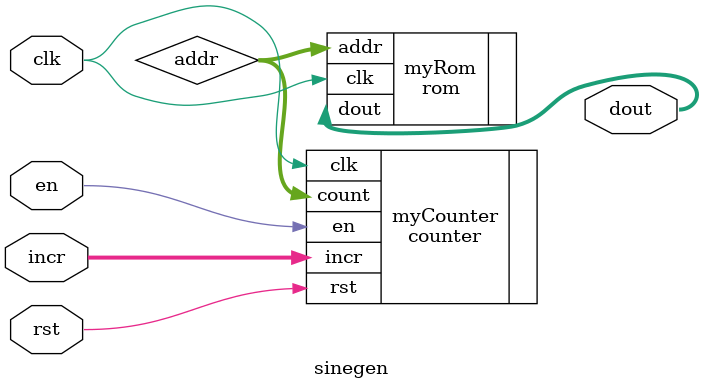
<source format=sv>
module sinegen #(
  parameter WIDTH = 8
)(
  // interface signals
  input  logic             clk,      // clock 
  input  logic             rst,      // reset 
  input  logic             en,       // enable
  input  logic [WIDTH-1:0] incr,        // value to preload
  output logic [7:0]       dout       // count output
);

  logic  [WIDTH-1:0]       addr;    // interconnect wire

counter myCounter (
  .clk (clk),
  .rst (rst),
  .en (en),
  .incr(incr),
  .count (addr)
);

rom myRom (
  .clk(clk),
  .addr (addr),
  .dout (dout)
);

endmodule

</source>
